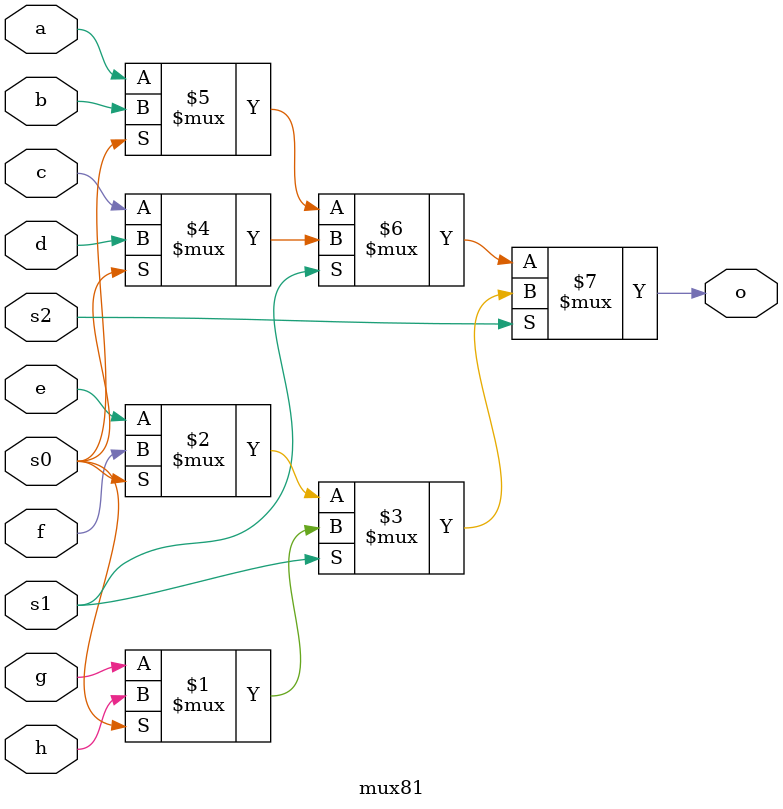
<source format=v>
module mux21(input wire a,b,s,output wire c);
assign c=s?b:a;
endmodule


module mux41(input wire a,b,c,d,s0,s1,output wire o);
assign o=s1?(s0?d:c):(s0?b:a);
endmodule

module mux81(input wire a,b,c,d,e,f,g,h,s0,s1,s2,output wire o);
assign o=s2?(s1?(s0?h:g):(s0?f:e)):(s1?(s0?d:c):(s0?b:a));
endmodule

</source>
